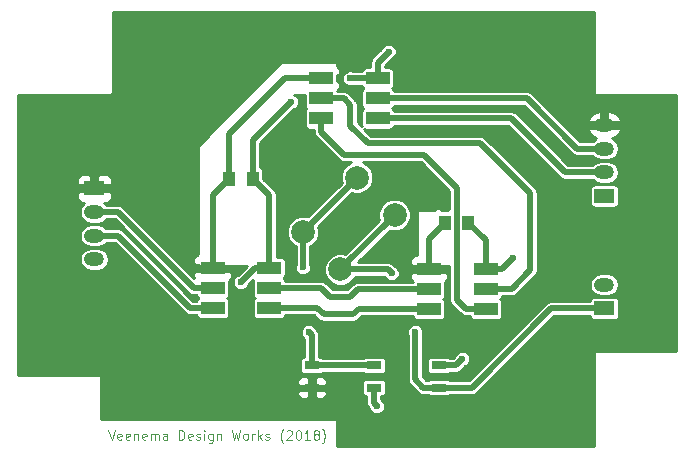
<source format=gbr>
G04 #@! TF.FileFunction,Copper,L1,Top,Signal*
%FSLAX46Y46*%
G04 Gerber Fmt 4.6, Leading zero omitted, Abs format (unit mm)*
G04 Created by KiCad (PCBNEW 4.0.6) date 05/22/18 14:15:00*
%MOMM*%
%LPD*%
G01*
G04 APERTURE LIST*
%ADD10C,0.100000*%
%ADD11R,1.000000X1.250000*%
%ADD12R,1.700000X1.200000*%
%ADD13O,1.700000X1.200000*%
%ADD14R,1.300000X0.700000*%
%ADD15C,2.000000*%
%ADD16R,2.000000X1.100000*%
%ADD17C,0.600000*%
%ADD18C,0.500000*%
%ADD19C,0.250000*%
G04 APERTURE END LIST*
D10*
X109780951Y-112561905D02*
X110047618Y-113361905D01*
X110314285Y-112561905D01*
X110885713Y-113323810D02*
X110809523Y-113361905D01*
X110657142Y-113361905D01*
X110580951Y-113323810D01*
X110542856Y-113247619D01*
X110542856Y-112942857D01*
X110580951Y-112866667D01*
X110657142Y-112828571D01*
X110809523Y-112828571D01*
X110885713Y-112866667D01*
X110923808Y-112942857D01*
X110923808Y-113019048D01*
X110542856Y-113095238D01*
X111571427Y-113323810D02*
X111495237Y-113361905D01*
X111342856Y-113361905D01*
X111266665Y-113323810D01*
X111228570Y-113247619D01*
X111228570Y-112942857D01*
X111266665Y-112866667D01*
X111342856Y-112828571D01*
X111495237Y-112828571D01*
X111571427Y-112866667D01*
X111609522Y-112942857D01*
X111609522Y-113019048D01*
X111228570Y-113095238D01*
X111952379Y-112828571D02*
X111952379Y-113361905D01*
X111952379Y-112904762D02*
X111990474Y-112866667D01*
X112066665Y-112828571D01*
X112180951Y-112828571D01*
X112257141Y-112866667D01*
X112295236Y-112942857D01*
X112295236Y-113361905D01*
X112980951Y-113323810D02*
X112904761Y-113361905D01*
X112752380Y-113361905D01*
X112676189Y-113323810D01*
X112638094Y-113247619D01*
X112638094Y-112942857D01*
X112676189Y-112866667D01*
X112752380Y-112828571D01*
X112904761Y-112828571D01*
X112980951Y-112866667D01*
X113019046Y-112942857D01*
X113019046Y-113019048D01*
X112638094Y-113095238D01*
X113361903Y-113361905D02*
X113361903Y-112828571D01*
X113361903Y-112904762D02*
X113399998Y-112866667D01*
X113476189Y-112828571D01*
X113590475Y-112828571D01*
X113666665Y-112866667D01*
X113704760Y-112942857D01*
X113704760Y-113361905D01*
X113704760Y-112942857D02*
X113742856Y-112866667D01*
X113819046Y-112828571D01*
X113933332Y-112828571D01*
X114009522Y-112866667D01*
X114047617Y-112942857D01*
X114047617Y-113361905D01*
X114771427Y-113361905D02*
X114771427Y-112942857D01*
X114733332Y-112866667D01*
X114657142Y-112828571D01*
X114504761Y-112828571D01*
X114428570Y-112866667D01*
X114771427Y-113323810D02*
X114695237Y-113361905D01*
X114504761Y-113361905D01*
X114428570Y-113323810D01*
X114390475Y-113247619D01*
X114390475Y-113171429D01*
X114428570Y-113095238D01*
X114504761Y-113057143D01*
X114695237Y-113057143D01*
X114771427Y-113019048D01*
X115761904Y-113361905D02*
X115761904Y-112561905D01*
X115952380Y-112561905D01*
X116066666Y-112600000D01*
X116142857Y-112676190D01*
X116180952Y-112752381D01*
X116219047Y-112904762D01*
X116219047Y-113019048D01*
X116180952Y-113171429D01*
X116142857Y-113247619D01*
X116066666Y-113323810D01*
X115952380Y-113361905D01*
X115761904Y-113361905D01*
X116866666Y-113323810D02*
X116790476Y-113361905D01*
X116638095Y-113361905D01*
X116561904Y-113323810D01*
X116523809Y-113247619D01*
X116523809Y-112942857D01*
X116561904Y-112866667D01*
X116638095Y-112828571D01*
X116790476Y-112828571D01*
X116866666Y-112866667D01*
X116904761Y-112942857D01*
X116904761Y-113019048D01*
X116523809Y-113095238D01*
X117209523Y-113323810D02*
X117285713Y-113361905D01*
X117438094Y-113361905D01*
X117514285Y-113323810D01*
X117552380Y-113247619D01*
X117552380Y-113209524D01*
X117514285Y-113133333D01*
X117438094Y-113095238D01*
X117323809Y-113095238D01*
X117247618Y-113057143D01*
X117209523Y-112980952D01*
X117209523Y-112942857D01*
X117247618Y-112866667D01*
X117323809Y-112828571D01*
X117438094Y-112828571D01*
X117514285Y-112866667D01*
X117895237Y-113361905D02*
X117895237Y-112828571D01*
X117895237Y-112561905D02*
X117857142Y-112600000D01*
X117895237Y-112638095D01*
X117933332Y-112600000D01*
X117895237Y-112561905D01*
X117895237Y-112638095D01*
X118619046Y-112828571D02*
X118619046Y-113476190D01*
X118580951Y-113552381D01*
X118542856Y-113590476D01*
X118466665Y-113628571D01*
X118352380Y-113628571D01*
X118276189Y-113590476D01*
X118619046Y-113323810D02*
X118542856Y-113361905D01*
X118390475Y-113361905D01*
X118314284Y-113323810D01*
X118276189Y-113285714D01*
X118238094Y-113209524D01*
X118238094Y-112980952D01*
X118276189Y-112904762D01*
X118314284Y-112866667D01*
X118390475Y-112828571D01*
X118542856Y-112828571D01*
X118619046Y-112866667D01*
X118999999Y-112828571D02*
X118999999Y-113361905D01*
X118999999Y-112904762D02*
X119038094Y-112866667D01*
X119114285Y-112828571D01*
X119228571Y-112828571D01*
X119304761Y-112866667D01*
X119342856Y-112942857D01*
X119342856Y-113361905D01*
X120257143Y-112561905D02*
X120447619Y-113361905D01*
X120600000Y-112790476D01*
X120752381Y-113361905D01*
X120942857Y-112561905D01*
X121361905Y-113361905D02*
X121285714Y-113323810D01*
X121247619Y-113285714D01*
X121209524Y-113209524D01*
X121209524Y-112980952D01*
X121247619Y-112904762D01*
X121285714Y-112866667D01*
X121361905Y-112828571D01*
X121476191Y-112828571D01*
X121552381Y-112866667D01*
X121590476Y-112904762D01*
X121628572Y-112980952D01*
X121628572Y-113209524D01*
X121590476Y-113285714D01*
X121552381Y-113323810D01*
X121476191Y-113361905D01*
X121361905Y-113361905D01*
X121971429Y-113361905D02*
X121971429Y-112828571D01*
X121971429Y-112980952D02*
X122009524Y-112904762D01*
X122047620Y-112866667D01*
X122123810Y-112828571D01*
X122200001Y-112828571D01*
X122466667Y-113361905D02*
X122466667Y-112561905D01*
X122542858Y-113057143D02*
X122771429Y-113361905D01*
X122771429Y-112828571D02*
X122466667Y-113133333D01*
X123076191Y-113323810D02*
X123152381Y-113361905D01*
X123304762Y-113361905D01*
X123380953Y-113323810D01*
X123419048Y-113247619D01*
X123419048Y-113209524D01*
X123380953Y-113133333D01*
X123304762Y-113095238D01*
X123190477Y-113095238D01*
X123114286Y-113057143D01*
X123076191Y-112980952D01*
X123076191Y-112942857D01*
X123114286Y-112866667D01*
X123190477Y-112828571D01*
X123304762Y-112828571D01*
X123380953Y-112866667D01*
X124600001Y-113666667D02*
X124561905Y-113628571D01*
X124485715Y-113514286D01*
X124447620Y-113438095D01*
X124409524Y-113323810D01*
X124371429Y-113133333D01*
X124371429Y-112980952D01*
X124409524Y-112790476D01*
X124447620Y-112676190D01*
X124485715Y-112600000D01*
X124561905Y-112485714D01*
X124600001Y-112447619D01*
X124866667Y-112638095D02*
X124904762Y-112600000D01*
X124980953Y-112561905D01*
X125171429Y-112561905D01*
X125247619Y-112600000D01*
X125285715Y-112638095D01*
X125323810Y-112714286D01*
X125323810Y-112790476D01*
X125285715Y-112904762D01*
X124828572Y-113361905D01*
X125323810Y-113361905D01*
X125819048Y-112561905D02*
X125895239Y-112561905D01*
X125971429Y-112600000D01*
X126009524Y-112638095D01*
X126047620Y-112714286D01*
X126085715Y-112866667D01*
X126085715Y-113057143D01*
X126047620Y-113209524D01*
X126009524Y-113285714D01*
X125971429Y-113323810D01*
X125895239Y-113361905D01*
X125819048Y-113361905D01*
X125742858Y-113323810D01*
X125704762Y-113285714D01*
X125666667Y-113209524D01*
X125628572Y-113057143D01*
X125628572Y-112866667D01*
X125666667Y-112714286D01*
X125704762Y-112638095D01*
X125742858Y-112600000D01*
X125819048Y-112561905D01*
X126847620Y-113361905D02*
X126390477Y-113361905D01*
X126619048Y-113361905D02*
X126619048Y-112561905D01*
X126542858Y-112676190D01*
X126466667Y-112752381D01*
X126390477Y-112790476D01*
X127304763Y-112904762D02*
X127228572Y-112866667D01*
X127190477Y-112828571D01*
X127152382Y-112752381D01*
X127152382Y-112714286D01*
X127190477Y-112638095D01*
X127228572Y-112600000D01*
X127304763Y-112561905D01*
X127457144Y-112561905D01*
X127533334Y-112600000D01*
X127571430Y-112638095D01*
X127609525Y-112714286D01*
X127609525Y-112752381D01*
X127571430Y-112828571D01*
X127533334Y-112866667D01*
X127457144Y-112904762D01*
X127304763Y-112904762D01*
X127228572Y-112942857D01*
X127190477Y-112980952D01*
X127152382Y-113057143D01*
X127152382Y-113209524D01*
X127190477Y-113285714D01*
X127228572Y-113323810D01*
X127304763Y-113361905D01*
X127457144Y-113361905D01*
X127533334Y-113323810D01*
X127571430Y-113285714D01*
X127609525Y-113209524D01*
X127609525Y-113057143D01*
X127571430Y-112980952D01*
X127533334Y-112942857D01*
X127457144Y-112904762D01*
X127876192Y-113666667D02*
X127914287Y-113628571D01*
X127990477Y-113514286D01*
X128028573Y-113438095D01*
X128066668Y-113323810D01*
X128104763Y-113133333D01*
X128104763Y-112980952D01*
X128066668Y-112790476D01*
X128028573Y-112676190D01*
X127990477Y-112600000D01*
X127914287Y-112485714D01*
X127876192Y-112447619D01*
D11*
X120000000Y-91250000D03*
X122000000Y-91250000D03*
X138250000Y-95000000D03*
X140250000Y-95000000D03*
D12*
X151765000Y-92710000D03*
D13*
X151765000Y-90710000D03*
X151765000Y-88710000D03*
X151765000Y-86710000D03*
D12*
X151765000Y-102235000D03*
D13*
X151765000Y-100235000D03*
D12*
X108585000Y-92075000D03*
D13*
X108585000Y-94075000D03*
X108585000Y-96075000D03*
X108585000Y-98075000D03*
D14*
X127000000Y-108950000D03*
X127000000Y-107050000D03*
X132250000Y-107050000D03*
X132250000Y-108950000D03*
X137750000Y-108950000D03*
X137750000Y-107050000D03*
D15*
X129419981Y-98939981D03*
X126238000Y-95758000D03*
X134016175Y-94343786D03*
X130834194Y-91161806D03*
D16*
X127775000Y-86155001D03*
X127775002Y-84455000D03*
X127775000Y-82755000D03*
X132575000Y-82754999D03*
X132574998Y-84455000D03*
X132575000Y-86155000D03*
X136919000Y-102284001D03*
X136919002Y-100584000D03*
X136919000Y-98884000D03*
X141719000Y-98883999D03*
X141718998Y-100584000D03*
X141719000Y-102284000D03*
X118600000Y-102200001D03*
X118600002Y-100500000D03*
X118600000Y-98800000D03*
X123400000Y-98799999D03*
X123399998Y-100500000D03*
X123400000Y-102200000D03*
D17*
X139750000Y-106500000D03*
X121000000Y-100000000D03*
X133500000Y-80500000D03*
X132500000Y-110500000D03*
X144000000Y-98000000D03*
X130250000Y-82750000D03*
X125250000Y-84750000D03*
X133750000Y-99250000D03*
X135750000Y-104250000D03*
X126250000Y-98750000D03*
X126750000Y-104250000D03*
D18*
X138250000Y-95000000D02*
X136919000Y-96331000D01*
X136919000Y-96331000D02*
X136919000Y-98884000D01*
X120000000Y-91250000D02*
X120000000Y-87500000D01*
X124745000Y-82755000D02*
X127775000Y-82755000D01*
X120000000Y-87500000D02*
X124745000Y-82755000D01*
X120000000Y-91250000D02*
X118600000Y-92650000D01*
X118600000Y-92650000D02*
X118600000Y-98800000D01*
X137750000Y-107050000D02*
X139200000Y-107050000D01*
X139200000Y-107050000D02*
X139750000Y-106500000D01*
X123400000Y-98799999D02*
X122200001Y-98799999D01*
X122200001Y-98799999D02*
X121000000Y-100000000D01*
X132575000Y-82754999D02*
X132575000Y-81425000D01*
X132575000Y-81425000D02*
X133500000Y-80500000D01*
X132250000Y-108950000D02*
X132250000Y-110250000D01*
X132250000Y-110250000D02*
X132500000Y-110500000D01*
X141719000Y-98883999D02*
X143116001Y-98883999D01*
X143116001Y-98883999D02*
X144000000Y-98000000D01*
X140250000Y-95000000D02*
X141719000Y-96469000D01*
X141719000Y-96469000D02*
X141719000Y-98883999D01*
X122000000Y-91250000D02*
X122000000Y-88000000D01*
X130254999Y-82754999D02*
X132575000Y-82754999D01*
X130250000Y-82750000D02*
X130254999Y-82754999D01*
X122000000Y-88000000D02*
X125250000Y-84750000D01*
X122000000Y-91250000D02*
X123400000Y-92650000D01*
X123400000Y-92650000D02*
X123400000Y-98799999D01*
X151765000Y-90710000D02*
X148460000Y-90710000D01*
X143905000Y-86155000D02*
X132575000Y-86155000D01*
X148460000Y-90710000D02*
X143905000Y-86155000D01*
X151765000Y-88710000D02*
X149460000Y-88710000D01*
X145205000Y-84455000D02*
X132574998Y-84455000D01*
X149460000Y-88710000D02*
X145205000Y-84455000D01*
X137750000Y-108950000D02*
X136450000Y-108950000D01*
X133439981Y-98939981D02*
X133750000Y-99250000D01*
X133439981Y-98939981D02*
X129419981Y-98939981D01*
X135750000Y-108250000D02*
X135750000Y-104250000D01*
X136450000Y-108950000D02*
X135750000Y-108250000D01*
X137750000Y-108950000D02*
X140550000Y-108950000D01*
X147265000Y-102235000D02*
X151765000Y-102235000D01*
X140550000Y-108950000D02*
X147265000Y-102235000D01*
X134016175Y-94343786D02*
X134016175Y-94343787D01*
X134016175Y-94343787D02*
X129419981Y-98939981D01*
X151765000Y-102235000D02*
X151730000Y-102200000D01*
X118600002Y-100500000D02*
X117000000Y-100500000D01*
X110575000Y-94075000D02*
X108585000Y-94075000D01*
X117000000Y-100500000D02*
X110575000Y-94075000D01*
X118600000Y-102200001D02*
X116700001Y-102200001D01*
X110575000Y-96075000D02*
X108585000Y-96075000D01*
X116700001Y-102200001D02*
X110575000Y-96075000D01*
X130834194Y-91161806D02*
X126238000Y-95758000D01*
X127000000Y-107050000D02*
X132250000Y-107050000D01*
X126238000Y-95758000D02*
X126250000Y-95770000D01*
X126250000Y-95770000D02*
X126250000Y-98750000D01*
X126750000Y-104250000D02*
X127000000Y-104500000D01*
X127000000Y-104500000D02*
X127000000Y-107050000D01*
X127775000Y-86155001D02*
X127775000Y-87275000D01*
X140034000Y-102284000D02*
X141719000Y-102284000D01*
X139250000Y-101500000D02*
X140034000Y-102284000D01*
X139250000Y-92000000D02*
X139250000Y-101500000D01*
X136500000Y-89250000D02*
X139250000Y-92000000D01*
X129750000Y-89250000D02*
X136500000Y-89250000D01*
X127775000Y-87275000D02*
X129750000Y-89250000D01*
X134750000Y-88250000D02*
X141250000Y-88250000D01*
X131750000Y-88250000D02*
X134750000Y-88250000D01*
X145500000Y-92500000D02*
X145500000Y-99000000D01*
X141250000Y-88250000D02*
X145500000Y-92500000D01*
X129705000Y-84455000D02*
X130250000Y-85000000D01*
X130250000Y-85000000D02*
X130250000Y-86750000D01*
X130250000Y-86750000D02*
X131750000Y-88250000D01*
X127775002Y-84455000D02*
X129705000Y-84455000D01*
X143916000Y-100584000D02*
X141718998Y-100584000D01*
X145500000Y-99000000D02*
X143916000Y-100584000D01*
X136919000Y-102284001D02*
X130965999Y-102284001D01*
X127450000Y-102200000D02*
X123400000Y-102200000D01*
X128000000Y-102750000D02*
X127450000Y-102200000D01*
X130500000Y-102750000D02*
X128000000Y-102750000D01*
X130965999Y-102284001D02*
X130500000Y-102750000D01*
X136919002Y-100584000D02*
X130916000Y-100584000D01*
X127750000Y-100500000D02*
X123399998Y-100500000D01*
X128500000Y-101250000D02*
X127750000Y-100500000D01*
X130250000Y-101250000D02*
X128500000Y-101250000D01*
X130916000Y-100584000D02*
X130250000Y-101250000D01*
D19*
G36*
X150875000Y-84000000D02*
X150884848Y-84048632D01*
X150912841Y-84089601D01*
X150954568Y-84116451D01*
X151000000Y-84125000D01*
X157875000Y-84125000D01*
X157875000Y-105875000D01*
X151000000Y-105875000D01*
X150951368Y-105884848D01*
X150910399Y-105912841D01*
X150883549Y-105954568D01*
X150875000Y-106000000D01*
X150875000Y-113850000D01*
X129125000Y-113850000D01*
X129125000Y-111750000D01*
X129116451Y-111704568D01*
X129089601Y-111662841D01*
X129048632Y-111634848D01*
X129000000Y-111625000D01*
X109125000Y-111625000D01*
X109125000Y-109283250D01*
X125717000Y-109283250D01*
X125717000Y-109425911D01*
X125813368Y-109658565D01*
X125991434Y-109836631D01*
X126224088Y-109933000D01*
X126591750Y-109933000D01*
X126750000Y-109774750D01*
X126750000Y-109125000D01*
X127250000Y-109125000D01*
X127250000Y-109774750D01*
X127408250Y-109933000D01*
X127775912Y-109933000D01*
X128008566Y-109836631D01*
X128186632Y-109658565D01*
X128283000Y-109425911D01*
X128283000Y-109283250D01*
X128124750Y-109125000D01*
X127250000Y-109125000D01*
X126750000Y-109125000D01*
X125875250Y-109125000D01*
X125717000Y-109283250D01*
X109125000Y-109283250D01*
X109125000Y-108474089D01*
X125717000Y-108474089D01*
X125717000Y-108616750D01*
X125875250Y-108775000D01*
X126750000Y-108775000D01*
X126750000Y-108125250D01*
X127250000Y-108125250D01*
X127250000Y-108775000D01*
X128124750Y-108775000D01*
X128283000Y-108616750D01*
X128283000Y-108600000D01*
X131217654Y-108600000D01*
X131217654Y-109300000D01*
X131243802Y-109438966D01*
X131325931Y-109566599D01*
X131451246Y-109652223D01*
X131600000Y-109682346D01*
X131625000Y-109682346D01*
X131625000Y-110250000D01*
X131672575Y-110489177D01*
X131808058Y-110691942D01*
X131877756Y-110761640D01*
X131927429Y-110881857D01*
X132117144Y-111071903D01*
X132365145Y-111174883D01*
X132633677Y-111175117D01*
X132881857Y-111072571D01*
X133071903Y-110882856D01*
X133174883Y-110634855D01*
X133175117Y-110366323D01*
X133072571Y-110118143D01*
X132882856Y-109928097D01*
X132875000Y-109924835D01*
X132875000Y-109682346D01*
X132900000Y-109682346D01*
X133038966Y-109656198D01*
X133166599Y-109574069D01*
X133252223Y-109448754D01*
X133282346Y-109300000D01*
X133282346Y-108600000D01*
X133256198Y-108461034D01*
X133174069Y-108333401D01*
X133048754Y-108247777D01*
X132900000Y-108217654D01*
X131600000Y-108217654D01*
X131461034Y-108243802D01*
X131333401Y-108325931D01*
X131247777Y-108451246D01*
X131217654Y-108600000D01*
X128283000Y-108600000D01*
X128283000Y-108474089D01*
X128186632Y-108241435D01*
X128008566Y-108063369D01*
X127775912Y-107967000D01*
X127408250Y-107967000D01*
X127250000Y-108125250D01*
X126750000Y-108125250D01*
X126591750Y-107967000D01*
X126224088Y-107967000D01*
X125991434Y-108063369D01*
X125813368Y-108241435D01*
X125717000Y-108474089D01*
X109125000Y-108474089D01*
X109125000Y-108000000D01*
X109115152Y-107951368D01*
X109087159Y-107910399D01*
X109045432Y-107883549D01*
X109000000Y-107875000D01*
X102125000Y-107875000D01*
X102125000Y-106700000D01*
X125967654Y-106700000D01*
X125967654Y-107400000D01*
X125993802Y-107538966D01*
X126075931Y-107666599D01*
X126201246Y-107752223D01*
X126350000Y-107782346D01*
X127650000Y-107782346D01*
X127788966Y-107756198D01*
X127915152Y-107675000D01*
X131338226Y-107675000D01*
X131451246Y-107752223D01*
X131600000Y-107782346D01*
X132900000Y-107782346D01*
X133038966Y-107756198D01*
X133166599Y-107674069D01*
X133252223Y-107548754D01*
X133282346Y-107400000D01*
X133282346Y-106700000D01*
X133256198Y-106561034D01*
X133174069Y-106433401D01*
X133048754Y-106347777D01*
X132900000Y-106317654D01*
X131600000Y-106317654D01*
X131461034Y-106343802D01*
X131334848Y-106425000D01*
X127911774Y-106425000D01*
X127798754Y-106347777D01*
X127650000Y-106317654D01*
X127625000Y-106317654D01*
X127625000Y-104500000D01*
X127601863Y-104383677D01*
X135074883Y-104383677D01*
X135125000Y-104504969D01*
X135125000Y-108250000D01*
X135172575Y-108489177D01*
X135308058Y-108691942D01*
X136008056Y-109391939D01*
X136008058Y-109391942D01*
X136210823Y-109527425D01*
X136450000Y-109575000D01*
X136838226Y-109575000D01*
X136951246Y-109652223D01*
X137100000Y-109682346D01*
X138400000Y-109682346D01*
X138538966Y-109656198D01*
X138665152Y-109575000D01*
X140550000Y-109575000D01*
X140789177Y-109527425D01*
X140991942Y-109391942D01*
X147523884Y-102860000D01*
X150537358Y-102860000D01*
X150558802Y-102973966D01*
X150640931Y-103101599D01*
X150766246Y-103187223D01*
X150915000Y-103217346D01*
X152615000Y-103217346D01*
X152753966Y-103191198D01*
X152881599Y-103109069D01*
X152967223Y-102983754D01*
X152997346Y-102835000D01*
X152997346Y-101635000D01*
X152971198Y-101496034D01*
X152889069Y-101368401D01*
X152763754Y-101282777D01*
X152615000Y-101252654D01*
X150915000Y-101252654D01*
X150776034Y-101278802D01*
X150648401Y-101360931D01*
X150562777Y-101486246D01*
X150537717Y-101610000D01*
X147265000Y-101610000D01*
X147025822Y-101657575D01*
X146823058Y-101793058D01*
X140291116Y-108325000D01*
X138661774Y-108325000D01*
X138548754Y-108247777D01*
X138400000Y-108217654D01*
X137100000Y-108217654D01*
X136961034Y-108243802D01*
X136834848Y-108325000D01*
X136708883Y-108325000D01*
X136375000Y-107991116D01*
X136375000Y-106700000D01*
X136717654Y-106700000D01*
X136717654Y-107400000D01*
X136743802Y-107538966D01*
X136825931Y-107666599D01*
X136951246Y-107752223D01*
X137100000Y-107782346D01*
X138400000Y-107782346D01*
X138538966Y-107756198D01*
X138665152Y-107675000D01*
X139200000Y-107675000D01*
X139439177Y-107627425D01*
X139641942Y-107491942D01*
X140011639Y-107122244D01*
X140131857Y-107072571D01*
X140321903Y-106882856D01*
X140424883Y-106634855D01*
X140425117Y-106366323D01*
X140322571Y-106118143D01*
X140132856Y-105928097D01*
X139884855Y-105825117D01*
X139616323Y-105824883D01*
X139368143Y-105927429D01*
X139178097Y-106117144D01*
X139127768Y-106238349D01*
X138941116Y-106425000D01*
X138661774Y-106425000D01*
X138548754Y-106347777D01*
X138400000Y-106317654D01*
X137100000Y-106317654D01*
X136961034Y-106343802D01*
X136833401Y-106425931D01*
X136747777Y-106551246D01*
X136717654Y-106700000D01*
X136375000Y-106700000D01*
X136375000Y-104504985D01*
X136424883Y-104384855D01*
X136425117Y-104116323D01*
X136322571Y-103868143D01*
X136132856Y-103678097D01*
X135884855Y-103575117D01*
X135616323Y-103574883D01*
X135368143Y-103677429D01*
X135178097Y-103867144D01*
X135075117Y-104115145D01*
X135074883Y-104383677D01*
X127601863Y-104383677D01*
X127577425Y-104260823D01*
X127577425Y-104260822D01*
X127480086Y-104115145D01*
X127441942Y-104058058D01*
X127441939Y-104058056D01*
X127372244Y-103988361D01*
X127322571Y-103868143D01*
X127132856Y-103678097D01*
X126884855Y-103575117D01*
X126616323Y-103574883D01*
X126368143Y-103677429D01*
X126178097Y-103867144D01*
X126075117Y-104115145D01*
X126074883Y-104383677D01*
X126177429Y-104631857D01*
X126367144Y-104821903D01*
X126375000Y-104825165D01*
X126375000Y-106317654D01*
X126350000Y-106317654D01*
X126211034Y-106343802D01*
X126083401Y-106425931D01*
X125997777Y-106551246D01*
X125967654Y-106700000D01*
X102125000Y-106700000D01*
X102125000Y-98075000D01*
X107336001Y-98075000D01*
X107410218Y-98448116D01*
X107621572Y-98764429D01*
X107937885Y-98975783D01*
X108311001Y-99050000D01*
X108858999Y-99050000D01*
X109232115Y-98975783D01*
X109548428Y-98764429D01*
X109759782Y-98448116D01*
X109833999Y-98075000D01*
X109759782Y-97701884D01*
X109548428Y-97385571D01*
X109232115Y-97174217D01*
X108858999Y-97100000D01*
X108311001Y-97100000D01*
X107937885Y-97174217D01*
X107621572Y-97385571D01*
X107410218Y-97701884D01*
X107336001Y-98075000D01*
X102125000Y-98075000D01*
X102125000Y-92483250D01*
X107102000Y-92483250D01*
X107102000Y-92800911D01*
X107198368Y-93033565D01*
X107376434Y-93211631D01*
X107609088Y-93308000D01*
X107737665Y-93308000D01*
X107621572Y-93385571D01*
X107410218Y-93701884D01*
X107336001Y-94075000D01*
X107410218Y-94448116D01*
X107621572Y-94764429D01*
X107937885Y-94975783D01*
X108311001Y-95050000D01*
X108858999Y-95050000D01*
X109232115Y-94975783D01*
X109548428Y-94764429D01*
X109591478Y-94700000D01*
X110316116Y-94700000D01*
X116558058Y-100941942D01*
X116760822Y-101077425D01*
X117000000Y-101125000D01*
X117231768Y-101125000D01*
X117243804Y-101188966D01*
X117325933Y-101316599D01*
X117374276Y-101349630D01*
X117333401Y-101375932D01*
X117247777Y-101501247D01*
X117232842Y-101575001D01*
X116958884Y-101575001D01*
X111016942Y-95633058D01*
X110814177Y-95497575D01*
X110575000Y-95450000D01*
X109591478Y-95450000D01*
X109548428Y-95385571D01*
X109232115Y-95174217D01*
X108858999Y-95100000D01*
X108311001Y-95100000D01*
X107937885Y-95174217D01*
X107621572Y-95385571D01*
X107410218Y-95701884D01*
X107336001Y-96075000D01*
X107410218Y-96448116D01*
X107621572Y-96764429D01*
X107937885Y-96975783D01*
X108311001Y-97050000D01*
X108858999Y-97050000D01*
X109232115Y-96975783D01*
X109548428Y-96764429D01*
X109591478Y-96700000D01*
X110316116Y-96700000D01*
X116258057Y-102641940D01*
X116258059Y-102641943D01*
X116460824Y-102777426D01*
X116700001Y-102825001D01*
X117231766Y-102825001D01*
X117243802Y-102888967D01*
X117325931Y-103016600D01*
X117451246Y-103102224D01*
X117600000Y-103132347D01*
X119600000Y-103132347D01*
X119738966Y-103106199D01*
X119866599Y-103024070D01*
X119952223Y-102898755D01*
X119982346Y-102750001D01*
X119982346Y-101650001D01*
X119956198Y-101511035D01*
X119874069Y-101383402D01*
X119825726Y-101350371D01*
X119866601Y-101324069D01*
X119952225Y-101198754D01*
X119982348Y-101050000D01*
X119982348Y-99950000D01*
X119968546Y-99876651D01*
X120136631Y-99708566D01*
X120233000Y-99475912D01*
X120233000Y-99208250D01*
X120074750Y-99050000D01*
X118850000Y-99050000D01*
X118850000Y-99070000D01*
X118350000Y-99070000D01*
X118350000Y-99050000D01*
X117125250Y-99050000D01*
X116967000Y-99208250D01*
X116967000Y-99475912D01*
X117042805Y-99658921D01*
X115507972Y-98124088D01*
X116967000Y-98124088D01*
X116967000Y-98391750D01*
X117125250Y-98550000D01*
X117386488Y-98550000D01*
X117410399Y-98587159D01*
X117451368Y-98615152D01*
X117500000Y-98625000D01*
X121491116Y-98625000D01*
X120738360Y-99377756D01*
X120618143Y-99427429D01*
X120428097Y-99617144D01*
X120325117Y-99865145D01*
X120324883Y-100133677D01*
X120427429Y-100381857D01*
X120617144Y-100571903D01*
X120865145Y-100674883D01*
X121133677Y-100675117D01*
X121381857Y-100572571D01*
X121571903Y-100382856D01*
X121622232Y-100261652D01*
X122038923Y-99844961D01*
X122017652Y-99950000D01*
X122017652Y-101050000D01*
X122043800Y-101188966D01*
X122125929Y-101316599D01*
X122174273Y-101349631D01*
X122133401Y-101375931D01*
X122047777Y-101501246D01*
X122017654Y-101650000D01*
X122017654Y-102750000D01*
X122043802Y-102888966D01*
X122125931Y-103016599D01*
X122251246Y-103102223D01*
X122400000Y-103132346D01*
X124400000Y-103132346D01*
X124538966Y-103106198D01*
X124666599Y-103024069D01*
X124752223Y-102898754D01*
X124767158Y-102825000D01*
X127191116Y-102825000D01*
X127558056Y-103191939D01*
X127558058Y-103191942D01*
X127760823Y-103327425D01*
X128000000Y-103375000D01*
X130500000Y-103375000D01*
X130739177Y-103327425D01*
X130941942Y-103191942D01*
X131224883Y-102909001D01*
X135550766Y-102909001D01*
X135562802Y-102972967D01*
X135644931Y-103100600D01*
X135770246Y-103186224D01*
X135919000Y-103216347D01*
X137919000Y-103216347D01*
X138057966Y-103190199D01*
X138185599Y-103108070D01*
X138271223Y-102982755D01*
X138301346Y-102834001D01*
X138301346Y-101734001D01*
X138275198Y-101595035D01*
X138193069Y-101467402D01*
X138144726Y-101434371D01*
X138185601Y-101408069D01*
X138271225Y-101282754D01*
X138301348Y-101134000D01*
X138301348Y-100034000D01*
X138287546Y-99960651D01*
X138455631Y-99792566D01*
X138552000Y-99559912D01*
X138552000Y-99292250D01*
X138393750Y-99134000D01*
X137169000Y-99134000D01*
X137169000Y-99154000D01*
X136669000Y-99154000D01*
X136669000Y-99134000D01*
X135444250Y-99134000D01*
X135286000Y-99292250D01*
X135286000Y-99559912D01*
X135382369Y-99792566D01*
X135548803Y-99959000D01*
X130916000Y-99959000D01*
X130676822Y-100006575D01*
X130474058Y-100142058D01*
X129991116Y-100625000D01*
X128758884Y-100625000D01*
X128191942Y-100058058D01*
X127989177Y-99922575D01*
X127750000Y-99875000D01*
X124768232Y-99875000D01*
X124756196Y-99811034D01*
X124674067Y-99683401D01*
X124625724Y-99650370D01*
X124666599Y-99624068D01*
X124752223Y-99498753D01*
X124782346Y-99349999D01*
X124782346Y-98249999D01*
X124756198Y-98111033D01*
X124674069Y-97983400D01*
X124548754Y-97897776D01*
X124400000Y-97867653D01*
X124025000Y-97867653D01*
X124025000Y-92650000D01*
X123977425Y-92410823D01*
X123841942Y-92208058D01*
X122882346Y-91248462D01*
X122882346Y-90625000D01*
X122856198Y-90486034D01*
X122774069Y-90358401D01*
X122648754Y-90272777D01*
X122625000Y-90267967D01*
X122625000Y-88258884D01*
X125511640Y-85372244D01*
X125631857Y-85322571D01*
X125821903Y-85132856D01*
X125924883Y-84884855D01*
X125925117Y-84616323D01*
X125822571Y-84368143D01*
X125632856Y-84178097D01*
X125504985Y-84125000D01*
X126392656Y-84125000D01*
X126392656Y-85005000D01*
X126418804Y-85143966D01*
X126500933Y-85271599D01*
X126549276Y-85304630D01*
X126508401Y-85330932D01*
X126422777Y-85456247D01*
X126392654Y-85605001D01*
X126392654Y-86705001D01*
X126418802Y-86843967D01*
X126500931Y-86971600D01*
X126626246Y-87057224D01*
X126775000Y-87087347D01*
X127150000Y-87087347D01*
X127150000Y-87275000D01*
X127197575Y-87514177D01*
X127333058Y-87716942D01*
X129308058Y-89691942D01*
X129510823Y-89827425D01*
X129750000Y-89875001D01*
X129750005Y-89875000D01*
X130347867Y-89875000D01*
X130056337Y-89995458D01*
X129669205Y-90381914D01*
X129459433Y-90887102D01*
X129458956Y-91434111D01*
X129523002Y-91589114D01*
X126665451Y-94446665D01*
X126512704Y-94383239D01*
X125965695Y-94382762D01*
X125460143Y-94591652D01*
X125073011Y-94978108D01*
X124863239Y-95483296D01*
X124862762Y-96030305D01*
X125071652Y-96535857D01*
X125458108Y-96922989D01*
X125625000Y-96992288D01*
X125625000Y-98495015D01*
X125575117Y-98615145D01*
X125574883Y-98883677D01*
X125677429Y-99131857D01*
X125867144Y-99321903D01*
X126115145Y-99424883D01*
X126383677Y-99425117D01*
X126631857Y-99322571D01*
X126742334Y-99212286D01*
X128044743Y-99212286D01*
X128253633Y-99717838D01*
X128640089Y-100104970D01*
X129145277Y-100314742D01*
X129692286Y-100315219D01*
X130197838Y-100106329D01*
X130584970Y-99719873D01*
X130649287Y-99564981D01*
X133149796Y-99564981D01*
X133177429Y-99631857D01*
X133367144Y-99821903D01*
X133615145Y-99924883D01*
X133883677Y-99925117D01*
X134131857Y-99822571D01*
X134321903Y-99632856D01*
X134424883Y-99384855D01*
X134425117Y-99116323D01*
X134322571Y-98868143D01*
X134132856Y-98678097D01*
X134011652Y-98627768D01*
X133881923Y-98498039D01*
X133679158Y-98362556D01*
X133439981Y-98314981D01*
X130928865Y-98314981D01*
X133588725Y-95655121D01*
X133741471Y-95718547D01*
X134288480Y-95719024D01*
X134794032Y-95510134D01*
X135181164Y-95123678D01*
X135390936Y-94618490D01*
X135391413Y-94071481D01*
X135182523Y-93565929D01*
X134796067Y-93178797D01*
X134290879Y-92969025D01*
X133743870Y-92968548D01*
X133238318Y-93177438D01*
X132851186Y-93563894D01*
X132641414Y-94069082D01*
X132640937Y-94616091D01*
X132704983Y-94771095D01*
X129847432Y-97628646D01*
X129694685Y-97565220D01*
X129147676Y-97564743D01*
X128642124Y-97773633D01*
X128254992Y-98160089D01*
X128045220Y-98665277D01*
X128044743Y-99212286D01*
X126742334Y-99212286D01*
X126821903Y-99132856D01*
X126924883Y-98884855D01*
X126925117Y-98616323D01*
X126875000Y-98495031D01*
X126875000Y-96982549D01*
X127015857Y-96924348D01*
X127402989Y-96537892D01*
X127612761Y-96032704D01*
X127613238Y-95485695D01*
X127549192Y-95330692D01*
X130406743Y-92473141D01*
X130559490Y-92536567D01*
X131106499Y-92537044D01*
X131612051Y-92328154D01*
X131999183Y-91941698D01*
X132208955Y-91436510D01*
X132209432Y-90889501D01*
X132000542Y-90383949D01*
X131614086Y-89996817D01*
X131320718Y-89875000D01*
X136241116Y-89875000D01*
X138625000Y-92258884D01*
X138625000Y-93775250D01*
X138525250Y-93875000D01*
X137974750Y-93875000D01*
X137841750Y-93742000D01*
X137624089Y-93742000D01*
X137391435Y-93838368D01*
X137354803Y-93875000D01*
X136000000Y-93875000D01*
X135954568Y-93883549D01*
X135912841Y-93910399D01*
X135884848Y-93951368D01*
X135875000Y-94000000D01*
X135875000Y-97701000D01*
X135793089Y-97701000D01*
X135560435Y-97797368D01*
X135382369Y-97975434D01*
X135286000Y-98208088D01*
X135286000Y-98475750D01*
X135444250Y-98634000D01*
X136669000Y-98634000D01*
X136669000Y-98625000D01*
X137169000Y-98625000D01*
X137169000Y-98634000D01*
X138393750Y-98634000D01*
X138402750Y-98625000D01*
X138625000Y-98625000D01*
X138625000Y-101500000D01*
X138672575Y-101739177D01*
X138808058Y-101941942D01*
X139592056Y-102725939D01*
X139592058Y-102725942D01*
X139713606Y-102807158D01*
X139794822Y-102861425D01*
X140034000Y-102909000D01*
X140350766Y-102909000D01*
X140362802Y-102972966D01*
X140444931Y-103100599D01*
X140570246Y-103186223D01*
X140719000Y-103216346D01*
X142719000Y-103216346D01*
X142857966Y-103190198D01*
X142985599Y-103108069D01*
X143071223Y-102982754D01*
X143101346Y-102834000D01*
X143101346Y-101734000D01*
X143075198Y-101595034D01*
X142993069Y-101467401D01*
X142944725Y-101434369D01*
X142985597Y-101408069D01*
X143071221Y-101282754D01*
X143086156Y-101209000D01*
X143916000Y-101209000D01*
X144155177Y-101161425D01*
X144357942Y-101025942D01*
X145148884Y-100235000D01*
X150516001Y-100235000D01*
X150590218Y-100608116D01*
X150801572Y-100924429D01*
X151117885Y-101135783D01*
X151491001Y-101210000D01*
X152038999Y-101210000D01*
X152412115Y-101135783D01*
X152728428Y-100924429D01*
X152939782Y-100608116D01*
X153013999Y-100235000D01*
X152939782Y-99861884D01*
X152728428Y-99545571D01*
X152412115Y-99334217D01*
X152038999Y-99260000D01*
X151491001Y-99260000D01*
X151117885Y-99334217D01*
X150801572Y-99545571D01*
X150590218Y-99861884D01*
X150516001Y-100235000D01*
X145148884Y-100235000D01*
X145941942Y-99441942D01*
X146077425Y-99239178D01*
X146125000Y-99000000D01*
X146125000Y-92500005D01*
X146125001Y-92500000D01*
X146077425Y-92260823D01*
X146054974Y-92227223D01*
X145976649Y-92110000D01*
X150532654Y-92110000D01*
X150532654Y-93310000D01*
X150558802Y-93448966D01*
X150640931Y-93576599D01*
X150766246Y-93662223D01*
X150915000Y-93692346D01*
X152615000Y-93692346D01*
X152753966Y-93666198D01*
X152881599Y-93584069D01*
X152967223Y-93458754D01*
X152997346Y-93310000D01*
X152997346Y-92110000D01*
X152971198Y-91971034D01*
X152889069Y-91843401D01*
X152763754Y-91757777D01*
X152615000Y-91727654D01*
X150915000Y-91727654D01*
X150776034Y-91753802D01*
X150648401Y-91835931D01*
X150562777Y-91961246D01*
X150532654Y-92110000D01*
X145976649Y-92110000D01*
X145941942Y-92058058D01*
X145941939Y-92058056D01*
X141691942Y-87808058D01*
X141489177Y-87672575D01*
X141250000Y-87625000D01*
X132008883Y-87625000D01*
X131444880Y-87060996D01*
X131575000Y-87087346D01*
X133575000Y-87087346D01*
X133713966Y-87061198D01*
X133841599Y-86979069D01*
X133927223Y-86853754D01*
X133942158Y-86780000D01*
X143646116Y-86780000D01*
X148018058Y-91151942D01*
X148220823Y-91287425D01*
X148460000Y-91335001D01*
X148460005Y-91335000D01*
X150758522Y-91335000D01*
X150801572Y-91399429D01*
X151117885Y-91610783D01*
X151491001Y-91685000D01*
X152038999Y-91685000D01*
X152412115Y-91610783D01*
X152728428Y-91399429D01*
X152939782Y-91083116D01*
X153013999Y-90710000D01*
X152939782Y-90336884D01*
X152728428Y-90020571D01*
X152412115Y-89809217D01*
X152038999Y-89735000D01*
X151491001Y-89735000D01*
X151117885Y-89809217D01*
X150801572Y-90020571D01*
X150758522Y-90085000D01*
X148718884Y-90085000D01*
X144346942Y-85713058D01*
X144144177Y-85577575D01*
X143905000Y-85530000D01*
X133943234Y-85530000D01*
X133931198Y-85466034D01*
X133849069Y-85338401D01*
X133800725Y-85305369D01*
X133841597Y-85279069D01*
X133927221Y-85153754D01*
X133942156Y-85080000D01*
X144946116Y-85080000D01*
X149018058Y-89151942D01*
X149220823Y-89287425D01*
X149460000Y-89335001D01*
X149460005Y-89335000D01*
X150758522Y-89335000D01*
X150801572Y-89399429D01*
X151117885Y-89610783D01*
X151491001Y-89685000D01*
X152038999Y-89685000D01*
X152412115Y-89610783D01*
X152728428Y-89399429D01*
X152939782Y-89083116D01*
X153013999Y-88710000D01*
X152939782Y-88336884D01*
X152728428Y-88020571D01*
X152453825Y-87837087D01*
X152659241Y-87761305D01*
X153012518Y-87434739D01*
X153168415Y-87145799D01*
X153060269Y-86960000D01*
X152015000Y-86960000D01*
X152015000Y-86980000D01*
X151515000Y-86980000D01*
X151515000Y-86960000D01*
X150469731Y-86960000D01*
X150361585Y-87145799D01*
X150517482Y-87434739D01*
X150870759Y-87761305D01*
X151076175Y-87837087D01*
X150801572Y-88020571D01*
X150758522Y-88085000D01*
X149718884Y-88085000D01*
X147908085Y-86274201D01*
X150361585Y-86274201D01*
X150469731Y-86460000D01*
X151515000Y-86460000D01*
X151515000Y-85635250D01*
X152015000Y-85635250D01*
X152015000Y-86460000D01*
X153060269Y-86460000D01*
X153168415Y-86274201D01*
X153012518Y-85985261D01*
X152659241Y-85658695D01*
X152207884Y-85492180D01*
X152015000Y-85635250D01*
X151515000Y-85635250D01*
X151322116Y-85492180D01*
X150870759Y-85658695D01*
X150517482Y-85985261D01*
X150361585Y-86274201D01*
X147908085Y-86274201D01*
X145646942Y-84013058D01*
X145444177Y-83877575D01*
X145205000Y-83830000D01*
X133943232Y-83830000D01*
X133931196Y-83766034D01*
X133849067Y-83638401D01*
X133800724Y-83605370D01*
X133841599Y-83579068D01*
X133927223Y-83453753D01*
X133957346Y-83304999D01*
X133957346Y-82204999D01*
X133931198Y-82066033D01*
X133849069Y-81938400D01*
X133723754Y-81852776D01*
X133575000Y-81822653D01*
X133200000Y-81822653D01*
X133200000Y-81683884D01*
X133761639Y-81122244D01*
X133881857Y-81072571D01*
X134071903Y-80882856D01*
X134174883Y-80634855D01*
X134175117Y-80366323D01*
X134072571Y-80118143D01*
X133882856Y-79928097D01*
X133634855Y-79825117D01*
X133366323Y-79824883D01*
X133118143Y-79927429D01*
X132928097Y-80117144D01*
X132877768Y-80238349D01*
X132133058Y-80983058D01*
X131997575Y-81185823D01*
X131950000Y-81425000D01*
X131950000Y-81822653D01*
X131575000Y-81822653D01*
X131436034Y-81848801D01*
X131308401Y-81930930D01*
X131222777Y-82056245D01*
X131207842Y-82129999D01*
X130517024Y-82129999D01*
X130384855Y-82075117D01*
X130116323Y-82074883D01*
X129868143Y-82177429D01*
X129678097Y-82367144D01*
X129575117Y-82615145D01*
X129574883Y-82883677D01*
X129677429Y-83131857D01*
X129867144Y-83321903D01*
X130115145Y-83424883D01*
X130383677Y-83425117D01*
X130492871Y-83379999D01*
X131206766Y-83379999D01*
X131218802Y-83443965D01*
X131300931Y-83571598D01*
X131349274Y-83604629D01*
X131308399Y-83630931D01*
X131222775Y-83756246D01*
X131192652Y-83905000D01*
X131192652Y-85005000D01*
X131218800Y-85143966D01*
X131300929Y-85271599D01*
X131349273Y-85304631D01*
X131308401Y-85330931D01*
X131222777Y-85456246D01*
X131192654Y-85605000D01*
X131192654Y-86705000D01*
X131216705Y-86832821D01*
X130875000Y-86491116D01*
X130875000Y-85000000D01*
X130827425Y-84760823D01*
X130827425Y-84760822D01*
X130730086Y-84615145D01*
X130691942Y-84558058D01*
X130691939Y-84558056D01*
X130146942Y-84013058D01*
X129944177Y-83877575D01*
X129705000Y-83830000D01*
X129145197Y-83830000D01*
X129311631Y-83663566D01*
X129408000Y-83430912D01*
X129408000Y-83163250D01*
X129249750Y-83005000D01*
X129125000Y-83005000D01*
X129125000Y-82505000D01*
X129249750Y-82505000D01*
X129408000Y-82346750D01*
X129408000Y-82079088D01*
X129311631Y-81846434D01*
X129133565Y-81668368D01*
X129125000Y-81664820D01*
X129125000Y-81500000D01*
X129116451Y-81454568D01*
X129089601Y-81412841D01*
X129048632Y-81384848D01*
X129000000Y-81375000D01*
X124500000Y-81375000D01*
X124452963Y-81384187D01*
X124411612Y-81411612D01*
X117411612Y-88411612D01*
X117384848Y-88451368D01*
X117375000Y-88500000D01*
X117375000Y-97658044D01*
X117241435Y-97713368D01*
X117063369Y-97891434D01*
X116967000Y-98124088D01*
X115507972Y-98124088D01*
X111016942Y-93633058D01*
X110814177Y-93497575D01*
X110575000Y-93450000D01*
X109591478Y-93450000D01*
X109548428Y-93385571D01*
X109432335Y-93308000D01*
X109560912Y-93308000D01*
X109793566Y-93211631D01*
X109971632Y-93033565D01*
X110068000Y-92800911D01*
X110068000Y-92483250D01*
X109909750Y-92325000D01*
X108835000Y-92325000D01*
X108835000Y-92345000D01*
X108335000Y-92345000D01*
X108335000Y-92325000D01*
X107260250Y-92325000D01*
X107102000Y-92483250D01*
X102125000Y-92483250D01*
X102125000Y-91349089D01*
X107102000Y-91349089D01*
X107102000Y-91666750D01*
X107260250Y-91825000D01*
X108335000Y-91825000D01*
X108335000Y-91000250D01*
X108835000Y-91000250D01*
X108835000Y-91825000D01*
X109909750Y-91825000D01*
X110068000Y-91666750D01*
X110068000Y-91349089D01*
X109971632Y-91116435D01*
X109793566Y-90938369D01*
X109560912Y-90842000D01*
X108993250Y-90842000D01*
X108835000Y-91000250D01*
X108335000Y-91000250D01*
X108176750Y-90842000D01*
X107609088Y-90842000D01*
X107376434Y-90938369D01*
X107198368Y-91116435D01*
X107102000Y-91349089D01*
X102125000Y-91349089D01*
X102125000Y-84125000D01*
X110000000Y-84125000D01*
X110048632Y-84115152D01*
X110089601Y-84087159D01*
X110116451Y-84045432D01*
X110125000Y-84000000D01*
X110125000Y-77125000D01*
X150875000Y-77125000D01*
X150875000Y-84000000D01*
X150875000Y-84000000D01*
G37*
X150875000Y-84000000D02*
X150884848Y-84048632D01*
X150912841Y-84089601D01*
X150954568Y-84116451D01*
X151000000Y-84125000D01*
X157875000Y-84125000D01*
X157875000Y-105875000D01*
X151000000Y-105875000D01*
X150951368Y-105884848D01*
X150910399Y-105912841D01*
X150883549Y-105954568D01*
X150875000Y-106000000D01*
X150875000Y-113850000D01*
X129125000Y-113850000D01*
X129125000Y-111750000D01*
X129116451Y-111704568D01*
X129089601Y-111662841D01*
X129048632Y-111634848D01*
X129000000Y-111625000D01*
X109125000Y-111625000D01*
X109125000Y-109283250D01*
X125717000Y-109283250D01*
X125717000Y-109425911D01*
X125813368Y-109658565D01*
X125991434Y-109836631D01*
X126224088Y-109933000D01*
X126591750Y-109933000D01*
X126750000Y-109774750D01*
X126750000Y-109125000D01*
X127250000Y-109125000D01*
X127250000Y-109774750D01*
X127408250Y-109933000D01*
X127775912Y-109933000D01*
X128008566Y-109836631D01*
X128186632Y-109658565D01*
X128283000Y-109425911D01*
X128283000Y-109283250D01*
X128124750Y-109125000D01*
X127250000Y-109125000D01*
X126750000Y-109125000D01*
X125875250Y-109125000D01*
X125717000Y-109283250D01*
X109125000Y-109283250D01*
X109125000Y-108474089D01*
X125717000Y-108474089D01*
X125717000Y-108616750D01*
X125875250Y-108775000D01*
X126750000Y-108775000D01*
X126750000Y-108125250D01*
X127250000Y-108125250D01*
X127250000Y-108775000D01*
X128124750Y-108775000D01*
X128283000Y-108616750D01*
X128283000Y-108600000D01*
X131217654Y-108600000D01*
X131217654Y-109300000D01*
X131243802Y-109438966D01*
X131325931Y-109566599D01*
X131451246Y-109652223D01*
X131600000Y-109682346D01*
X131625000Y-109682346D01*
X131625000Y-110250000D01*
X131672575Y-110489177D01*
X131808058Y-110691942D01*
X131877756Y-110761640D01*
X131927429Y-110881857D01*
X132117144Y-111071903D01*
X132365145Y-111174883D01*
X132633677Y-111175117D01*
X132881857Y-111072571D01*
X133071903Y-110882856D01*
X133174883Y-110634855D01*
X133175117Y-110366323D01*
X133072571Y-110118143D01*
X132882856Y-109928097D01*
X132875000Y-109924835D01*
X132875000Y-109682346D01*
X132900000Y-109682346D01*
X133038966Y-109656198D01*
X133166599Y-109574069D01*
X133252223Y-109448754D01*
X133282346Y-109300000D01*
X133282346Y-108600000D01*
X133256198Y-108461034D01*
X133174069Y-108333401D01*
X133048754Y-108247777D01*
X132900000Y-108217654D01*
X131600000Y-108217654D01*
X131461034Y-108243802D01*
X131333401Y-108325931D01*
X131247777Y-108451246D01*
X131217654Y-108600000D01*
X128283000Y-108600000D01*
X128283000Y-108474089D01*
X128186632Y-108241435D01*
X128008566Y-108063369D01*
X127775912Y-107967000D01*
X127408250Y-107967000D01*
X127250000Y-108125250D01*
X126750000Y-108125250D01*
X126591750Y-107967000D01*
X126224088Y-107967000D01*
X125991434Y-108063369D01*
X125813368Y-108241435D01*
X125717000Y-108474089D01*
X109125000Y-108474089D01*
X109125000Y-108000000D01*
X109115152Y-107951368D01*
X109087159Y-107910399D01*
X109045432Y-107883549D01*
X109000000Y-107875000D01*
X102125000Y-107875000D01*
X102125000Y-106700000D01*
X125967654Y-106700000D01*
X125967654Y-107400000D01*
X125993802Y-107538966D01*
X126075931Y-107666599D01*
X126201246Y-107752223D01*
X126350000Y-107782346D01*
X127650000Y-107782346D01*
X127788966Y-107756198D01*
X127915152Y-107675000D01*
X131338226Y-107675000D01*
X131451246Y-107752223D01*
X131600000Y-107782346D01*
X132900000Y-107782346D01*
X133038966Y-107756198D01*
X133166599Y-107674069D01*
X133252223Y-107548754D01*
X133282346Y-107400000D01*
X133282346Y-106700000D01*
X133256198Y-106561034D01*
X133174069Y-106433401D01*
X133048754Y-106347777D01*
X132900000Y-106317654D01*
X131600000Y-106317654D01*
X131461034Y-106343802D01*
X131334848Y-106425000D01*
X127911774Y-106425000D01*
X127798754Y-106347777D01*
X127650000Y-106317654D01*
X127625000Y-106317654D01*
X127625000Y-104500000D01*
X127601863Y-104383677D01*
X135074883Y-104383677D01*
X135125000Y-104504969D01*
X135125000Y-108250000D01*
X135172575Y-108489177D01*
X135308058Y-108691942D01*
X136008056Y-109391939D01*
X136008058Y-109391942D01*
X136210823Y-109527425D01*
X136450000Y-109575000D01*
X136838226Y-109575000D01*
X136951246Y-109652223D01*
X137100000Y-109682346D01*
X138400000Y-109682346D01*
X138538966Y-109656198D01*
X138665152Y-109575000D01*
X140550000Y-109575000D01*
X140789177Y-109527425D01*
X140991942Y-109391942D01*
X147523884Y-102860000D01*
X150537358Y-102860000D01*
X150558802Y-102973966D01*
X150640931Y-103101599D01*
X150766246Y-103187223D01*
X150915000Y-103217346D01*
X152615000Y-103217346D01*
X152753966Y-103191198D01*
X152881599Y-103109069D01*
X152967223Y-102983754D01*
X152997346Y-102835000D01*
X152997346Y-101635000D01*
X152971198Y-101496034D01*
X152889069Y-101368401D01*
X152763754Y-101282777D01*
X152615000Y-101252654D01*
X150915000Y-101252654D01*
X150776034Y-101278802D01*
X150648401Y-101360931D01*
X150562777Y-101486246D01*
X150537717Y-101610000D01*
X147265000Y-101610000D01*
X147025822Y-101657575D01*
X146823058Y-101793058D01*
X140291116Y-108325000D01*
X138661774Y-108325000D01*
X138548754Y-108247777D01*
X138400000Y-108217654D01*
X137100000Y-108217654D01*
X136961034Y-108243802D01*
X136834848Y-108325000D01*
X136708883Y-108325000D01*
X136375000Y-107991116D01*
X136375000Y-106700000D01*
X136717654Y-106700000D01*
X136717654Y-107400000D01*
X136743802Y-107538966D01*
X136825931Y-107666599D01*
X136951246Y-107752223D01*
X137100000Y-107782346D01*
X138400000Y-107782346D01*
X138538966Y-107756198D01*
X138665152Y-107675000D01*
X139200000Y-107675000D01*
X139439177Y-107627425D01*
X139641942Y-107491942D01*
X140011639Y-107122244D01*
X140131857Y-107072571D01*
X140321903Y-106882856D01*
X140424883Y-106634855D01*
X140425117Y-106366323D01*
X140322571Y-106118143D01*
X140132856Y-105928097D01*
X139884855Y-105825117D01*
X139616323Y-105824883D01*
X139368143Y-105927429D01*
X139178097Y-106117144D01*
X139127768Y-106238349D01*
X138941116Y-106425000D01*
X138661774Y-106425000D01*
X138548754Y-106347777D01*
X138400000Y-106317654D01*
X137100000Y-106317654D01*
X136961034Y-106343802D01*
X136833401Y-106425931D01*
X136747777Y-106551246D01*
X136717654Y-106700000D01*
X136375000Y-106700000D01*
X136375000Y-104504985D01*
X136424883Y-104384855D01*
X136425117Y-104116323D01*
X136322571Y-103868143D01*
X136132856Y-103678097D01*
X135884855Y-103575117D01*
X135616323Y-103574883D01*
X135368143Y-103677429D01*
X135178097Y-103867144D01*
X135075117Y-104115145D01*
X135074883Y-104383677D01*
X127601863Y-104383677D01*
X127577425Y-104260823D01*
X127577425Y-104260822D01*
X127480086Y-104115145D01*
X127441942Y-104058058D01*
X127441939Y-104058056D01*
X127372244Y-103988361D01*
X127322571Y-103868143D01*
X127132856Y-103678097D01*
X126884855Y-103575117D01*
X126616323Y-103574883D01*
X126368143Y-103677429D01*
X126178097Y-103867144D01*
X126075117Y-104115145D01*
X126074883Y-104383677D01*
X126177429Y-104631857D01*
X126367144Y-104821903D01*
X126375000Y-104825165D01*
X126375000Y-106317654D01*
X126350000Y-106317654D01*
X126211034Y-106343802D01*
X126083401Y-106425931D01*
X125997777Y-106551246D01*
X125967654Y-106700000D01*
X102125000Y-106700000D01*
X102125000Y-98075000D01*
X107336001Y-98075000D01*
X107410218Y-98448116D01*
X107621572Y-98764429D01*
X107937885Y-98975783D01*
X108311001Y-99050000D01*
X108858999Y-99050000D01*
X109232115Y-98975783D01*
X109548428Y-98764429D01*
X109759782Y-98448116D01*
X109833999Y-98075000D01*
X109759782Y-97701884D01*
X109548428Y-97385571D01*
X109232115Y-97174217D01*
X108858999Y-97100000D01*
X108311001Y-97100000D01*
X107937885Y-97174217D01*
X107621572Y-97385571D01*
X107410218Y-97701884D01*
X107336001Y-98075000D01*
X102125000Y-98075000D01*
X102125000Y-92483250D01*
X107102000Y-92483250D01*
X107102000Y-92800911D01*
X107198368Y-93033565D01*
X107376434Y-93211631D01*
X107609088Y-93308000D01*
X107737665Y-93308000D01*
X107621572Y-93385571D01*
X107410218Y-93701884D01*
X107336001Y-94075000D01*
X107410218Y-94448116D01*
X107621572Y-94764429D01*
X107937885Y-94975783D01*
X108311001Y-95050000D01*
X108858999Y-95050000D01*
X109232115Y-94975783D01*
X109548428Y-94764429D01*
X109591478Y-94700000D01*
X110316116Y-94700000D01*
X116558058Y-100941942D01*
X116760822Y-101077425D01*
X117000000Y-101125000D01*
X117231768Y-101125000D01*
X117243804Y-101188966D01*
X117325933Y-101316599D01*
X117374276Y-101349630D01*
X117333401Y-101375932D01*
X117247777Y-101501247D01*
X117232842Y-101575001D01*
X116958884Y-101575001D01*
X111016942Y-95633058D01*
X110814177Y-95497575D01*
X110575000Y-95450000D01*
X109591478Y-95450000D01*
X109548428Y-95385571D01*
X109232115Y-95174217D01*
X108858999Y-95100000D01*
X108311001Y-95100000D01*
X107937885Y-95174217D01*
X107621572Y-95385571D01*
X107410218Y-95701884D01*
X107336001Y-96075000D01*
X107410218Y-96448116D01*
X107621572Y-96764429D01*
X107937885Y-96975783D01*
X108311001Y-97050000D01*
X108858999Y-97050000D01*
X109232115Y-96975783D01*
X109548428Y-96764429D01*
X109591478Y-96700000D01*
X110316116Y-96700000D01*
X116258057Y-102641940D01*
X116258059Y-102641943D01*
X116460824Y-102777426D01*
X116700001Y-102825001D01*
X117231766Y-102825001D01*
X117243802Y-102888967D01*
X117325931Y-103016600D01*
X117451246Y-103102224D01*
X117600000Y-103132347D01*
X119600000Y-103132347D01*
X119738966Y-103106199D01*
X119866599Y-103024070D01*
X119952223Y-102898755D01*
X119982346Y-102750001D01*
X119982346Y-101650001D01*
X119956198Y-101511035D01*
X119874069Y-101383402D01*
X119825726Y-101350371D01*
X119866601Y-101324069D01*
X119952225Y-101198754D01*
X119982348Y-101050000D01*
X119982348Y-99950000D01*
X119968546Y-99876651D01*
X120136631Y-99708566D01*
X120233000Y-99475912D01*
X120233000Y-99208250D01*
X120074750Y-99050000D01*
X118850000Y-99050000D01*
X118850000Y-99070000D01*
X118350000Y-99070000D01*
X118350000Y-99050000D01*
X117125250Y-99050000D01*
X116967000Y-99208250D01*
X116967000Y-99475912D01*
X117042805Y-99658921D01*
X115507972Y-98124088D01*
X116967000Y-98124088D01*
X116967000Y-98391750D01*
X117125250Y-98550000D01*
X117386488Y-98550000D01*
X117410399Y-98587159D01*
X117451368Y-98615152D01*
X117500000Y-98625000D01*
X121491116Y-98625000D01*
X120738360Y-99377756D01*
X120618143Y-99427429D01*
X120428097Y-99617144D01*
X120325117Y-99865145D01*
X120324883Y-100133677D01*
X120427429Y-100381857D01*
X120617144Y-100571903D01*
X120865145Y-100674883D01*
X121133677Y-100675117D01*
X121381857Y-100572571D01*
X121571903Y-100382856D01*
X121622232Y-100261652D01*
X122038923Y-99844961D01*
X122017652Y-99950000D01*
X122017652Y-101050000D01*
X122043800Y-101188966D01*
X122125929Y-101316599D01*
X122174273Y-101349631D01*
X122133401Y-101375931D01*
X122047777Y-101501246D01*
X122017654Y-101650000D01*
X122017654Y-102750000D01*
X122043802Y-102888966D01*
X122125931Y-103016599D01*
X122251246Y-103102223D01*
X122400000Y-103132346D01*
X124400000Y-103132346D01*
X124538966Y-103106198D01*
X124666599Y-103024069D01*
X124752223Y-102898754D01*
X124767158Y-102825000D01*
X127191116Y-102825000D01*
X127558056Y-103191939D01*
X127558058Y-103191942D01*
X127760823Y-103327425D01*
X128000000Y-103375000D01*
X130500000Y-103375000D01*
X130739177Y-103327425D01*
X130941942Y-103191942D01*
X131224883Y-102909001D01*
X135550766Y-102909001D01*
X135562802Y-102972967D01*
X135644931Y-103100600D01*
X135770246Y-103186224D01*
X135919000Y-103216347D01*
X137919000Y-103216347D01*
X138057966Y-103190199D01*
X138185599Y-103108070D01*
X138271223Y-102982755D01*
X138301346Y-102834001D01*
X138301346Y-101734001D01*
X138275198Y-101595035D01*
X138193069Y-101467402D01*
X138144726Y-101434371D01*
X138185601Y-101408069D01*
X138271225Y-101282754D01*
X138301348Y-101134000D01*
X138301348Y-100034000D01*
X138287546Y-99960651D01*
X138455631Y-99792566D01*
X138552000Y-99559912D01*
X138552000Y-99292250D01*
X138393750Y-99134000D01*
X137169000Y-99134000D01*
X137169000Y-99154000D01*
X136669000Y-99154000D01*
X136669000Y-99134000D01*
X135444250Y-99134000D01*
X135286000Y-99292250D01*
X135286000Y-99559912D01*
X135382369Y-99792566D01*
X135548803Y-99959000D01*
X130916000Y-99959000D01*
X130676822Y-100006575D01*
X130474058Y-100142058D01*
X129991116Y-100625000D01*
X128758884Y-100625000D01*
X128191942Y-100058058D01*
X127989177Y-99922575D01*
X127750000Y-99875000D01*
X124768232Y-99875000D01*
X124756196Y-99811034D01*
X124674067Y-99683401D01*
X124625724Y-99650370D01*
X124666599Y-99624068D01*
X124752223Y-99498753D01*
X124782346Y-99349999D01*
X124782346Y-98249999D01*
X124756198Y-98111033D01*
X124674069Y-97983400D01*
X124548754Y-97897776D01*
X124400000Y-97867653D01*
X124025000Y-97867653D01*
X124025000Y-92650000D01*
X123977425Y-92410823D01*
X123841942Y-92208058D01*
X122882346Y-91248462D01*
X122882346Y-90625000D01*
X122856198Y-90486034D01*
X122774069Y-90358401D01*
X122648754Y-90272777D01*
X122625000Y-90267967D01*
X122625000Y-88258884D01*
X125511640Y-85372244D01*
X125631857Y-85322571D01*
X125821903Y-85132856D01*
X125924883Y-84884855D01*
X125925117Y-84616323D01*
X125822571Y-84368143D01*
X125632856Y-84178097D01*
X125504985Y-84125000D01*
X126392656Y-84125000D01*
X126392656Y-85005000D01*
X126418804Y-85143966D01*
X126500933Y-85271599D01*
X126549276Y-85304630D01*
X126508401Y-85330932D01*
X126422777Y-85456247D01*
X126392654Y-85605001D01*
X126392654Y-86705001D01*
X126418802Y-86843967D01*
X126500931Y-86971600D01*
X126626246Y-87057224D01*
X126775000Y-87087347D01*
X127150000Y-87087347D01*
X127150000Y-87275000D01*
X127197575Y-87514177D01*
X127333058Y-87716942D01*
X129308058Y-89691942D01*
X129510823Y-89827425D01*
X129750000Y-89875001D01*
X129750005Y-89875000D01*
X130347867Y-89875000D01*
X130056337Y-89995458D01*
X129669205Y-90381914D01*
X129459433Y-90887102D01*
X129458956Y-91434111D01*
X129523002Y-91589114D01*
X126665451Y-94446665D01*
X126512704Y-94383239D01*
X125965695Y-94382762D01*
X125460143Y-94591652D01*
X125073011Y-94978108D01*
X124863239Y-95483296D01*
X124862762Y-96030305D01*
X125071652Y-96535857D01*
X125458108Y-96922989D01*
X125625000Y-96992288D01*
X125625000Y-98495015D01*
X125575117Y-98615145D01*
X125574883Y-98883677D01*
X125677429Y-99131857D01*
X125867144Y-99321903D01*
X126115145Y-99424883D01*
X126383677Y-99425117D01*
X126631857Y-99322571D01*
X126742334Y-99212286D01*
X128044743Y-99212286D01*
X128253633Y-99717838D01*
X128640089Y-100104970D01*
X129145277Y-100314742D01*
X129692286Y-100315219D01*
X130197838Y-100106329D01*
X130584970Y-99719873D01*
X130649287Y-99564981D01*
X133149796Y-99564981D01*
X133177429Y-99631857D01*
X133367144Y-99821903D01*
X133615145Y-99924883D01*
X133883677Y-99925117D01*
X134131857Y-99822571D01*
X134321903Y-99632856D01*
X134424883Y-99384855D01*
X134425117Y-99116323D01*
X134322571Y-98868143D01*
X134132856Y-98678097D01*
X134011652Y-98627768D01*
X133881923Y-98498039D01*
X133679158Y-98362556D01*
X133439981Y-98314981D01*
X130928865Y-98314981D01*
X133588725Y-95655121D01*
X133741471Y-95718547D01*
X134288480Y-95719024D01*
X134794032Y-95510134D01*
X135181164Y-95123678D01*
X135390936Y-94618490D01*
X135391413Y-94071481D01*
X135182523Y-93565929D01*
X134796067Y-93178797D01*
X134290879Y-92969025D01*
X133743870Y-92968548D01*
X133238318Y-93177438D01*
X132851186Y-93563894D01*
X132641414Y-94069082D01*
X132640937Y-94616091D01*
X132704983Y-94771095D01*
X129847432Y-97628646D01*
X129694685Y-97565220D01*
X129147676Y-97564743D01*
X128642124Y-97773633D01*
X128254992Y-98160089D01*
X128045220Y-98665277D01*
X128044743Y-99212286D01*
X126742334Y-99212286D01*
X126821903Y-99132856D01*
X126924883Y-98884855D01*
X126925117Y-98616323D01*
X126875000Y-98495031D01*
X126875000Y-96982549D01*
X127015857Y-96924348D01*
X127402989Y-96537892D01*
X127612761Y-96032704D01*
X127613238Y-95485695D01*
X127549192Y-95330692D01*
X130406743Y-92473141D01*
X130559490Y-92536567D01*
X131106499Y-92537044D01*
X131612051Y-92328154D01*
X131999183Y-91941698D01*
X132208955Y-91436510D01*
X132209432Y-90889501D01*
X132000542Y-90383949D01*
X131614086Y-89996817D01*
X131320718Y-89875000D01*
X136241116Y-89875000D01*
X138625000Y-92258884D01*
X138625000Y-93775250D01*
X138525250Y-93875000D01*
X137974750Y-93875000D01*
X137841750Y-93742000D01*
X137624089Y-93742000D01*
X137391435Y-93838368D01*
X137354803Y-93875000D01*
X136000000Y-93875000D01*
X135954568Y-93883549D01*
X135912841Y-93910399D01*
X135884848Y-93951368D01*
X135875000Y-94000000D01*
X135875000Y-97701000D01*
X135793089Y-97701000D01*
X135560435Y-97797368D01*
X135382369Y-97975434D01*
X135286000Y-98208088D01*
X135286000Y-98475750D01*
X135444250Y-98634000D01*
X136669000Y-98634000D01*
X136669000Y-98625000D01*
X137169000Y-98625000D01*
X137169000Y-98634000D01*
X138393750Y-98634000D01*
X138402750Y-98625000D01*
X138625000Y-98625000D01*
X138625000Y-101500000D01*
X138672575Y-101739177D01*
X138808058Y-101941942D01*
X139592056Y-102725939D01*
X139592058Y-102725942D01*
X139713606Y-102807158D01*
X139794822Y-102861425D01*
X140034000Y-102909000D01*
X140350766Y-102909000D01*
X140362802Y-102972966D01*
X140444931Y-103100599D01*
X140570246Y-103186223D01*
X140719000Y-103216346D01*
X142719000Y-103216346D01*
X142857966Y-103190198D01*
X142985599Y-103108069D01*
X143071223Y-102982754D01*
X143101346Y-102834000D01*
X143101346Y-101734000D01*
X143075198Y-101595034D01*
X142993069Y-101467401D01*
X142944725Y-101434369D01*
X142985597Y-101408069D01*
X143071221Y-101282754D01*
X143086156Y-101209000D01*
X143916000Y-101209000D01*
X144155177Y-101161425D01*
X144357942Y-101025942D01*
X145148884Y-100235000D01*
X150516001Y-100235000D01*
X150590218Y-100608116D01*
X150801572Y-100924429D01*
X151117885Y-101135783D01*
X151491001Y-101210000D01*
X152038999Y-101210000D01*
X152412115Y-101135783D01*
X152728428Y-100924429D01*
X152939782Y-100608116D01*
X153013999Y-100235000D01*
X152939782Y-99861884D01*
X152728428Y-99545571D01*
X152412115Y-99334217D01*
X152038999Y-99260000D01*
X151491001Y-99260000D01*
X151117885Y-99334217D01*
X150801572Y-99545571D01*
X150590218Y-99861884D01*
X150516001Y-100235000D01*
X145148884Y-100235000D01*
X145941942Y-99441942D01*
X146077425Y-99239178D01*
X146125000Y-99000000D01*
X146125000Y-92500005D01*
X146125001Y-92500000D01*
X146077425Y-92260823D01*
X146054974Y-92227223D01*
X145976649Y-92110000D01*
X150532654Y-92110000D01*
X150532654Y-93310000D01*
X150558802Y-93448966D01*
X150640931Y-93576599D01*
X150766246Y-93662223D01*
X150915000Y-93692346D01*
X152615000Y-93692346D01*
X152753966Y-93666198D01*
X152881599Y-93584069D01*
X152967223Y-93458754D01*
X152997346Y-93310000D01*
X152997346Y-92110000D01*
X152971198Y-91971034D01*
X152889069Y-91843401D01*
X152763754Y-91757777D01*
X152615000Y-91727654D01*
X150915000Y-91727654D01*
X150776034Y-91753802D01*
X150648401Y-91835931D01*
X150562777Y-91961246D01*
X150532654Y-92110000D01*
X145976649Y-92110000D01*
X145941942Y-92058058D01*
X145941939Y-92058056D01*
X141691942Y-87808058D01*
X141489177Y-87672575D01*
X141250000Y-87625000D01*
X132008883Y-87625000D01*
X131444880Y-87060996D01*
X131575000Y-87087346D01*
X133575000Y-87087346D01*
X133713966Y-87061198D01*
X133841599Y-86979069D01*
X133927223Y-86853754D01*
X133942158Y-86780000D01*
X143646116Y-86780000D01*
X148018058Y-91151942D01*
X148220823Y-91287425D01*
X148460000Y-91335001D01*
X148460005Y-91335000D01*
X150758522Y-91335000D01*
X150801572Y-91399429D01*
X151117885Y-91610783D01*
X151491001Y-91685000D01*
X152038999Y-91685000D01*
X152412115Y-91610783D01*
X152728428Y-91399429D01*
X152939782Y-91083116D01*
X153013999Y-90710000D01*
X152939782Y-90336884D01*
X152728428Y-90020571D01*
X152412115Y-89809217D01*
X152038999Y-89735000D01*
X151491001Y-89735000D01*
X151117885Y-89809217D01*
X150801572Y-90020571D01*
X150758522Y-90085000D01*
X148718884Y-90085000D01*
X144346942Y-85713058D01*
X144144177Y-85577575D01*
X143905000Y-85530000D01*
X133943234Y-85530000D01*
X133931198Y-85466034D01*
X133849069Y-85338401D01*
X133800725Y-85305369D01*
X133841597Y-85279069D01*
X133927221Y-85153754D01*
X133942156Y-85080000D01*
X144946116Y-85080000D01*
X149018058Y-89151942D01*
X149220823Y-89287425D01*
X149460000Y-89335001D01*
X149460005Y-89335000D01*
X150758522Y-89335000D01*
X150801572Y-89399429D01*
X151117885Y-89610783D01*
X151491001Y-89685000D01*
X152038999Y-89685000D01*
X152412115Y-89610783D01*
X152728428Y-89399429D01*
X152939782Y-89083116D01*
X153013999Y-88710000D01*
X152939782Y-88336884D01*
X152728428Y-88020571D01*
X152453825Y-87837087D01*
X152659241Y-87761305D01*
X153012518Y-87434739D01*
X153168415Y-87145799D01*
X153060269Y-86960000D01*
X152015000Y-86960000D01*
X152015000Y-86980000D01*
X151515000Y-86980000D01*
X151515000Y-86960000D01*
X150469731Y-86960000D01*
X150361585Y-87145799D01*
X150517482Y-87434739D01*
X150870759Y-87761305D01*
X151076175Y-87837087D01*
X150801572Y-88020571D01*
X150758522Y-88085000D01*
X149718884Y-88085000D01*
X147908085Y-86274201D01*
X150361585Y-86274201D01*
X150469731Y-86460000D01*
X151515000Y-86460000D01*
X151515000Y-85635250D01*
X152015000Y-85635250D01*
X152015000Y-86460000D01*
X153060269Y-86460000D01*
X153168415Y-86274201D01*
X153012518Y-85985261D01*
X152659241Y-85658695D01*
X152207884Y-85492180D01*
X152015000Y-85635250D01*
X151515000Y-85635250D01*
X151322116Y-85492180D01*
X150870759Y-85658695D01*
X150517482Y-85985261D01*
X150361585Y-86274201D01*
X147908085Y-86274201D01*
X145646942Y-84013058D01*
X145444177Y-83877575D01*
X145205000Y-83830000D01*
X133943232Y-83830000D01*
X133931196Y-83766034D01*
X133849067Y-83638401D01*
X133800724Y-83605370D01*
X133841599Y-83579068D01*
X133927223Y-83453753D01*
X133957346Y-83304999D01*
X133957346Y-82204999D01*
X133931198Y-82066033D01*
X133849069Y-81938400D01*
X133723754Y-81852776D01*
X133575000Y-81822653D01*
X133200000Y-81822653D01*
X133200000Y-81683884D01*
X133761639Y-81122244D01*
X133881857Y-81072571D01*
X134071903Y-80882856D01*
X134174883Y-80634855D01*
X134175117Y-80366323D01*
X134072571Y-80118143D01*
X133882856Y-79928097D01*
X133634855Y-79825117D01*
X133366323Y-79824883D01*
X133118143Y-79927429D01*
X132928097Y-80117144D01*
X132877768Y-80238349D01*
X132133058Y-80983058D01*
X131997575Y-81185823D01*
X131950000Y-81425000D01*
X131950000Y-81822653D01*
X131575000Y-81822653D01*
X131436034Y-81848801D01*
X131308401Y-81930930D01*
X131222777Y-82056245D01*
X131207842Y-82129999D01*
X130517024Y-82129999D01*
X130384855Y-82075117D01*
X130116323Y-82074883D01*
X129868143Y-82177429D01*
X129678097Y-82367144D01*
X129575117Y-82615145D01*
X129574883Y-82883677D01*
X129677429Y-83131857D01*
X129867144Y-83321903D01*
X130115145Y-83424883D01*
X130383677Y-83425117D01*
X130492871Y-83379999D01*
X131206766Y-83379999D01*
X131218802Y-83443965D01*
X131300931Y-83571598D01*
X131349274Y-83604629D01*
X131308399Y-83630931D01*
X131222775Y-83756246D01*
X131192652Y-83905000D01*
X131192652Y-85005000D01*
X131218800Y-85143966D01*
X131300929Y-85271599D01*
X131349273Y-85304631D01*
X131308401Y-85330931D01*
X131222777Y-85456246D01*
X131192654Y-85605000D01*
X131192654Y-86705000D01*
X131216705Y-86832821D01*
X130875000Y-86491116D01*
X130875000Y-85000000D01*
X130827425Y-84760823D01*
X130827425Y-84760822D01*
X130730086Y-84615145D01*
X130691942Y-84558058D01*
X130691939Y-84558056D01*
X130146942Y-84013058D01*
X129944177Y-83877575D01*
X129705000Y-83830000D01*
X129145197Y-83830000D01*
X129311631Y-83663566D01*
X129408000Y-83430912D01*
X129408000Y-83163250D01*
X129249750Y-83005000D01*
X129125000Y-83005000D01*
X129125000Y-82505000D01*
X129249750Y-82505000D01*
X129408000Y-82346750D01*
X129408000Y-82079088D01*
X129311631Y-81846434D01*
X129133565Y-81668368D01*
X129125000Y-81664820D01*
X129125000Y-81500000D01*
X129116451Y-81454568D01*
X129089601Y-81412841D01*
X129048632Y-81384848D01*
X129000000Y-81375000D01*
X124500000Y-81375000D01*
X124452963Y-81384187D01*
X124411612Y-81411612D01*
X117411612Y-88411612D01*
X117384848Y-88451368D01*
X117375000Y-88500000D01*
X117375000Y-97658044D01*
X117241435Y-97713368D01*
X117063369Y-97891434D01*
X116967000Y-98124088D01*
X115507972Y-98124088D01*
X111016942Y-93633058D01*
X110814177Y-93497575D01*
X110575000Y-93450000D01*
X109591478Y-93450000D01*
X109548428Y-93385571D01*
X109432335Y-93308000D01*
X109560912Y-93308000D01*
X109793566Y-93211631D01*
X109971632Y-93033565D01*
X110068000Y-92800911D01*
X110068000Y-92483250D01*
X109909750Y-92325000D01*
X108835000Y-92325000D01*
X108835000Y-92345000D01*
X108335000Y-92345000D01*
X108335000Y-92325000D01*
X107260250Y-92325000D01*
X107102000Y-92483250D01*
X102125000Y-92483250D01*
X102125000Y-91349089D01*
X107102000Y-91349089D01*
X107102000Y-91666750D01*
X107260250Y-91825000D01*
X108335000Y-91825000D01*
X108335000Y-91000250D01*
X108835000Y-91000250D01*
X108835000Y-91825000D01*
X109909750Y-91825000D01*
X110068000Y-91666750D01*
X110068000Y-91349089D01*
X109971632Y-91116435D01*
X109793566Y-90938369D01*
X109560912Y-90842000D01*
X108993250Y-90842000D01*
X108835000Y-91000250D01*
X108335000Y-91000250D01*
X108176750Y-90842000D01*
X107609088Y-90842000D01*
X107376434Y-90938369D01*
X107198368Y-91116435D01*
X107102000Y-91349089D01*
X102125000Y-91349089D01*
X102125000Y-84125000D01*
X110000000Y-84125000D01*
X110048632Y-84115152D01*
X110089601Y-84087159D01*
X110116451Y-84045432D01*
X110125000Y-84000000D01*
X110125000Y-77125000D01*
X150875000Y-77125000D01*
X150875000Y-84000000D01*
M02*

</source>
